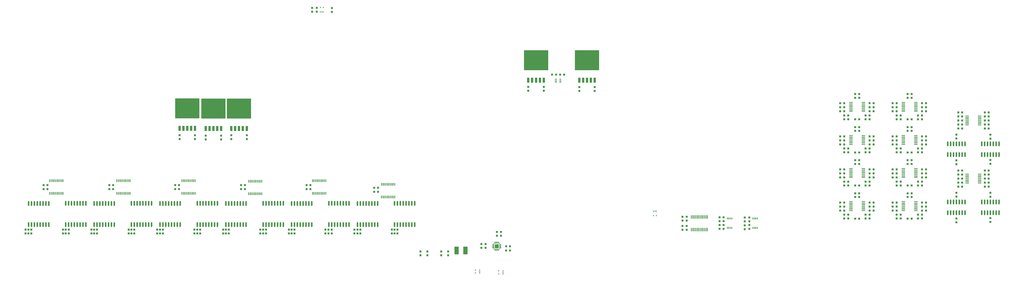
<source format=gbp>
G04*
G04 #@! TF.GenerationSoftware,Altium Limited,Altium Designer,18.0.12 (696)*
G04*
G04 Layer_Color=128*
%FSLAX25Y25*%
%MOIN*%
G70*
G01*
G75*
%ADD33R,0.07500X0.13500*%
%ADD36R,0.03740X0.03740*%
%ADD37R,0.03740X0.03740*%
%ADD38R,0.01654X0.03500*%
%ADD42O,0.02362X0.08661*%
%ADD62R,0.01181X0.06299*%
%ADD141R,0.01772X0.04921*%
%ADD142R,0.01181X0.01181*%
%ADD143R,0.01181X0.03543*%
%ADD144R,0.03543X0.01181*%
%ADD145R,0.07087X0.07087*%
%ADD146R,0.01968X0.01575*%
%ADD147R,0.01575X0.01968*%
%ADD148R,0.04200X0.09000*%
%ADD149R,0.42000X0.35000*%
%ADD150R,0.06496X0.01181*%
%ADD151R,0.03347X0.01575*%
D33*
X767500Y71500D02*
D03*
X752004D02*
D03*
D36*
X829000Y103847D02*
D03*
Y97154D02*
D03*
X501400Y486654D02*
D03*
Y493347D02*
D03*
X535685Y486307D02*
D03*
Y493000D02*
D03*
X1461663Y299654D02*
D03*
Y306347D02*
D03*
X1552663Y299654D02*
D03*
Y306347D02*
D03*
X1461663Y242154D02*
D03*
Y248847D02*
D03*
X1552663Y242154D02*
D03*
Y248847D02*
D03*
X1461663Y184653D02*
D03*
Y191347D02*
D03*
X1552663Y184653D02*
D03*
Y191347D02*
D03*
X1461663Y127154D02*
D03*
Y133846D02*
D03*
X1552663Y127154D02*
D03*
Y133846D02*
D03*
X1424663Y299654D02*
D03*
Y306347D02*
D03*
X1515663Y299654D02*
D03*
Y306347D02*
D03*
X1424663Y242154D02*
D03*
Y248847D02*
D03*
X1515663Y242154D02*
D03*
Y248847D02*
D03*
X1424663Y184653D02*
D03*
Y191347D02*
D03*
X1515663Y184653D02*
D03*
Y191347D02*
D03*
X1424663Y127154D02*
D03*
Y133846D02*
D03*
X1515663Y127154D02*
D03*
Y133846D02*
D03*
X1678500Y121153D02*
D03*
Y127847D02*
D03*
Y222153D02*
D03*
Y228847D02*
D03*
Y171693D02*
D03*
Y165000D02*
D03*
Y272693D02*
D03*
Y266000D02*
D03*
X1619500Y120653D02*
D03*
Y127347D02*
D03*
Y221654D02*
D03*
Y228346D02*
D03*
Y171846D02*
D03*
Y165154D02*
D03*
Y272847D02*
D03*
Y266154D02*
D03*
X822000Y97154D02*
D03*
Y103847D02*
D03*
X795000Y76153D02*
D03*
Y82846D02*
D03*
X802500Y76153D02*
D03*
Y82846D02*
D03*
X991788Y348807D02*
D03*
Y355500D02*
D03*
X298141Y265154D02*
D03*
Y271847D02*
D03*
X964988Y348807D02*
D03*
Y355500D02*
D03*
X271341Y265154D02*
D03*
Y271847D02*
D03*
X316700Y264653D02*
D03*
Y271346D02*
D03*
X343500Y264653D02*
D03*
Y271346D02*
D03*
X876602Y349153D02*
D03*
Y355847D02*
D03*
X361197Y265307D02*
D03*
Y272000D02*
D03*
X903402Y349153D02*
D03*
Y355847D02*
D03*
X388000Y265307D02*
D03*
Y272000D02*
D03*
X79000Y101284D02*
D03*
Y107976D02*
D03*
X192770Y101284D02*
D03*
Y107976D02*
D03*
X307000Y101284D02*
D03*
Y107976D02*
D03*
X421384Y101284D02*
D03*
Y107976D02*
D03*
X535326Y101284D02*
D03*
Y107976D02*
D03*
X649498Y101284D02*
D03*
Y107976D02*
D03*
X9000Y101284D02*
D03*
Y107976D02*
D03*
X128270Y101284D02*
D03*
Y107976D02*
D03*
X242538Y101284D02*
D03*
Y107976D02*
D03*
X356691Y101284D02*
D03*
Y107976D02*
D03*
X470845Y101284D02*
D03*
Y107976D02*
D03*
X584998Y101284D02*
D03*
Y107976D02*
D03*
X73831Y101284D02*
D03*
Y107976D02*
D03*
X187770Y101284D02*
D03*
Y107976D02*
D03*
X302038Y101284D02*
D03*
Y107976D02*
D03*
X416384Y101284D02*
D03*
Y107976D02*
D03*
X529826Y101284D02*
D03*
Y107976D02*
D03*
X644498Y101284D02*
D03*
Y107976D02*
D03*
X14000Y101284D02*
D03*
Y107976D02*
D03*
X123270Y101284D02*
D03*
Y107976D02*
D03*
X237538Y101284D02*
D03*
Y107976D02*
D03*
X351691Y101284D02*
D03*
Y107976D02*
D03*
X465845Y101284D02*
D03*
Y107976D02*
D03*
X579998Y101284D02*
D03*
Y107976D02*
D03*
X69000Y101284D02*
D03*
Y107976D02*
D03*
X183067Y101284D02*
D03*
Y107976D02*
D03*
X297000Y101284D02*
D03*
Y107976D02*
D03*
X411567Y101284D02*
D03*
Y107976D02*
D03*
X524326Y101284D02*
D03*
Y107976D02*
D03*
X639831Y101284D02*
D03*
Y107976D02*
D03*
X4000Y101284D02*
D03*
Y107976D02*
D03*
X118402Y101284D02*
D03*
Y107976D02*
D03*
X232538Y101284D02*
D03*
Y107976D02*
D03*
X347000Y101284D02*
D03*
Y107976D02*
D03*
X461000Y101284D02*
D03*
Y107976D02*
D03*
X574831Y101284D02*
D03*
Y107976D02*
D03*
X1252000Y122153D02*
D03*
Y128847D02*
D03*
X1260000Y115847D02*
D03*
Y109153D02*
D03*
Y122153D02*
D03*
Y128847D02*
D03*
X1252000Y115347D02*
D03*
Y108653D02*
D03*
X1208500Y122653D02*
D03*
Y129347D02*
D03*
Y115847D02*
D03*
Y109153D02*
D03*
X1215500Y122653D02*
D03*
Y129347D02*
D03*
Y115847D02*
D03*
Y109153D02*
D03*
X1144000Y123653D02*
D03*
Y130347D02*
D03*
Y114347D02*
D03*
Y107653D02*
D03*
X1151500Y123653D02*
D03*
Y130347D02*
D03*
Y114347D02*
D03*
Y107653D02*
D03*
X737500Y69890D02*
D03*
Y63197D02*
D03*
X725500Y69890D02*
D03*
Y63197D02*
D03*
X701500Y69890D02*
D03*
Y63197D02*
D03*
X689500Y69890D02*
D03*
Y63197D02*
D03*
X509400Y493347D02*
D03*
Y486654D02*
D03*
X1468970Y306347D02*
D03*
Y299654D02*
D03*
X1559970Y306347D02*
D03*
Y299654D02*
D03*
X1468970Y248847D02*
D03*
Y242154D02*
D03*
X1559970Y248847D02*
D03*
Y242154D02*
D03*
X1468970Y191347D02*
D03*
Y184653D02*
D03*
X1559970Y191347D02*
D03*
Y184653D02*
D03*
X1468970Y133846D02*
D03*
Y127154D02*
D03*
X1559970Y133846D02*
D03*
Y127154D02*
D03*
X1431663Y306347D02*
D03*
Y299654D02*
D03*
X1522663Y306347D02*
D03*
Y299654D02*
D03*
X1431663Y248847D02*
D03*
Y242154D02*
D03*
X1522663Y248847D02*
D03*
Y242154D02*
D03*
X1431663Y191347D02*
D03*
Y184653D02*
D03*
X1522663Y191347D02*
D03*
Y184653D02*
D03*
X1431663Y133846D02*
D03*
Y127154D02*
D03*
X1522663Y133846D02*
D03*
Y127154D02*
D03*
D37*
X1675347Y189500D02*
D03*
X1668653D02*
D03*
X1675347Y290500D02*
D03*
X1668653D02*
D03*
X1675347Y203500D02*
D03*
X1668653D02*
D03*
X1675347Y304500D02*
D03*
X1668653D02*
D03*
X1622654Y203500D02*
D03*
X1629346D02*
D03*
X1622654Y304500D02*
D03*
X1629346D02*
D03*
X1622654Y189500D02*
D03*
X1629346D02*
D03*
X1622654Y290500D02*
D03*
X1629346D02*
D03*
X844847Y71500D02*
D03*
X838153D02*
D03*
X844847Y79000D02*
D03*
X838153D02*
D03*
X1475663Y320500D02*
D03*
X1468970D02*
D03*
X1566663D02*
D03*
X1559970D02*
D03*
X1475663Y263000D02*
D03*
X1468970D02*
D03*
X1566663D02*
D03*
X1559970D02*
D03*
X1475663Y205500D02*
D03*
X1468970D02*
D03*
X1566663D02*
D03*
X1559970D02*
D03*
X1475663Y148000D02*
D03*
X1468970D02*
D03*
X1566663D02*
D03*
X1559970D02*
D03*
X1468970Y313500D02*
D03*
X1475663D02*
D03*
X1559970D02*
D03*
X1566663D02*
D03*
X1468970Y256000D02*
D03*
X1475663D02*
D03*
X1559970D02*
D03*
X1566663D02*
D03*
X1468970Y198500D02*
D03*
X1475663D02*
D03*
X1559970D02*
D03*
X1566663D02*
D03*
X1468970Y141000D02*
D03*
X1475663D02*
D03*
X1559970D02*
D03*
X1566663D02*
D03*
X1450663Y299500D02*
D03*
X1443970D02*
D03*
X1541663D02*
D03*
X1534970D02*
D03*
X1450663Y242000D02*
D03*
X1443970D02*
D03*
X1541663D02*
D03*
X1534970D02*
D03*
X1450663Y184500D02*
D03*
X1443970D02*
D03*
X1541663D02*
D03*
X1534970D02*
D03*
X1450663Y127000D02*
D03*
X1443970D02*
D03*
X1541663D02*
D03*
X1534970D02*
D03*
X1450663Y337000D02*
D03*
X1443970D02*
D03*
X1541663D02*
D03*
X1534970D02*
D03*
X1450663Y279500D02*
D03*
X1443970D02*
D03*
X1541663D02*
D03*
X1534970D02*
D03*
X1450663Y222000D02*
D03*
X1443970D02*
D03*
X1541663D02*
D03*
X1534970D02*
D03*
X1450663Y164500D02*
D03*
X1443970D02*
D03*
X1541663D02*
D03*
X1534970D02*
D03*
X1417970Y320500D02*
D03*
X1424663D02*
D03*
X1508970D02*
D03*
X1515663D02*
D03*
X1417970Y263000D02*
D03*
X1424663D02*
D03*
X1508970D02*
D03*
X1515663D02*
D03*
X1417970Y205500D02*
D03*
X1424663D02*
D03*
X1508970D02*
D03*
X1515663D02*
D03*
X1417970Y148000D02*
D03*
X1424663D02*
D03*
X1508970D02*
D03*
X1515663D02*
D03*
X1424663Y313500D02*
D03*
X1417970D02*
D03*
X1515663D02*
D03*
X1508970D02*
D03*
X1424663Y256000D02*
D03*
X1417970D02*
D03*
X1515663D02*
D03*
X1508970D02*
D03*
X1424663Y198500D02*
D03*
X1417970D02*
D03*
X1515663D02*
D03*
X1508970D02*
D03*
X1424663Y141000D02*
D03*
X1417970D02*
D03*
X1515663D02*
D03*
X1508970D02*
D03*
X1475663Y327500D02*
D03*
X1468970D02*
D03*
X1566663D02*
D03*
X1559970D02*
D03*
X1475663Y270000D02*
D03*
X1468970D02*
D03*
X1566663D02*
D03*
X1559970D02*
D03*
X1475663Y212500D02*
D03*
X1468970D02*
D03*
X1566663D02*
D03*
X1559970D02*
D03*
X1475663Y155000D02*
D03*
X1468970D02*
D03*
X1566663D02*
D03*
X1559970D02*
D03*
X1417970Y327500D02*
D03*
X1424663D02*
D03*
X1508970D02*
D03*
X1515663D02*
D03*
X1417970Y270000D02*
D03*
X1424663D02*
D03*
X1508970D02*
D03*
X1515663D02*
D03*
X1417970Y212500D02*
D03*
X1424663D02*
D03*
X1508970D02*
D03*
X1515663D02*
D03*
X1417970Y155000D02*
D03*
X1424663D02*
D03*
X1508970D02*
D03*
X1515663D02*
D03*
X1675347Y196500D02*
D03*
X1668653D02*
D03*
X1675347Y297500D02*
D03*
X1668653D02*
D03*
X1622654Y196500D02*
D03*
X1629346D02*
D03*
X1622654Y297500D02*
D03*
X1629346D02*
D03*
X1675347Y182500D02*
D03*
X1668653D02*
D03*
X1675347Y283500D02*
D03*
X1668653D02*
D03*
Y210500D02*
D03*
X1675347D02*
D03*
X1668653Y311500D02*
D03*
X1675347D02*
D03*
X1622654Y210500D02*
D03*
X1629346D02*
D03*
X1622654Y311500D02*
D03*
X1629346D02*
D03*
Y182500D02*
D03*
X1622654D02*
D03*
X1629346Y283500D02*
D03*
X1622654D02*
D03*
X35616Y185260D02*
D03*
X42309D02*
D03*
X149424D02*
D03*
X156116D02*
D03*
X263731D02*
D03*
X270424D02*
D03*
X378038D02*
D03*
X384731D02*
D03*
X491845D02*
D03*
X498538D02*
D03*
X609152Y180496D02*
D03*
X615845D02*
D03*
X35616Y178260D02*
D03*
X42309D02*
D03*
X149424D02*
D03*
X156116D02*
D03*
X263731D02*
D03*
X270424D02*
D03*
X378038D02*
D03*
X384731D02*
D03*
X491845D02*
D03*
X498538D02*
D03*
X609152Y173496D02*
D03*
X615845D02*
D03*
X917965Y377153D02*
D03*
X924658D02*
D03*
X938657D02*
D03*
X931965D02*
D03*
X1443970Y343500D02*
D03*
X1450663D02*
D03*
X1534970D02*
D03*
X1541663D02*
D03*
X1443970Y286000D02*
D03*
X1450663D02*
D03*
X1534970D02*
D03*
X1541663D02*
D03*
X1443970Y228500D02*
D03*
X1450663D02*
D03*
X1534970D02*
D03*
X1541663D02*
D03*
X1443970Y171000D02*
D03*
X1450663D02*
D03*
X1534970D02*
D03*
X1541663D02*
D03*
D38*
X1266500Y127287D02*
D03*
Y110711D02*
D03*
X1269059D02*
D03*
X1271618D02*
D03*
X1274177D02*
D03*
X1269059Y127287D02*
D03*
X1271618D02*
D03*
X1274177D02*
D03*
X1222000D02*
D03*
Y110711D02*
D03*
X1224559D02*
D03*
X1227118D02*
D03*
X1229677D02*
D03*
X1224559Y127287D02*
D03*
X1227118D02*
D03*
X1229677D02*
D03*
D42*
X73963Y153362D02*
D03*
X78963D02*
D03*
X83963D02*
D03*
X88963D02*
D03*
X93963D02*
D03*
X98963D02*
D03*
X103963D02*
D03*
X108963D02*
D03*
X73963Y116669D02*
D03*
X78963D02*
D03*
X83963D02*
D03*
X88963D02*
D03*
X93963D02*
D03*
X98963D02*
D03*
X103963D02*
D03*
X108963D02*
D03*
X187770Y153362D02*
D03*
X192770D02*
D03*
X197770D02*
D03*
X202770D02*
D03*
X207770D02*
D03*
X212770D02*
D03*
X217770D02*
D03*
X222770D02*
D03*
X187770Y116669D02*
D03*
X192770D02*
D03*
X197770D02*
D03*
X202770D02*
D03*
X207770D02*
D03*
X212770D02*
D03*
X217770D02*
D03*
X222770D02*
D03*
X302038Y153362D02*
D03*
X307038D02*
D03*
X312038D02*
D03*
X317038D02*
D03*
X322038D02*
D03*
X327038D02*
D03*
X332038D02*
D03*
X337038D02*
D03*
X302038Y116669D02*
D03*
X307038D02*
D03*
X312038D02*
D03*
X317038D02*
D03*
X322038D02*
D03*
X327038D02*
D03*
X332038D02*
D03*
X337038D02*
D03*
X416384Y153362D02*
D03*
X421384D02*
D03*
X426384D02*
D03*
X431384D02*
D03*
X436384D02*
D03*
X441384D02*
D03*
X446384D02*
D03*
X451384D02*
D03*
X416384Y116669D02*
D03*
X421384D02*
D03*
X426384D02*
D03*
X431384D02*
D03*
X436384D02*
D03*
X441384D02*
D03*
X446384D02*
D03*
X451384D02*
D03*
X530345Y153362D02*
D03*
X535345D02*
D03*
X540345D02*
D03*
X545345D02*
D03*
X550345D02*
D03*
X555345D02*
D03*
X560345D02*
D03*
X565345D02*
D03*
X530345Y116669D02*
D03*
X535345D02*
D03*
X540345D02*
D03*
X545345D02*
D03*
X550345D02*
D03*
X555345D02*
D03*
X560345D02*
D03*
X565345D02*
D03*
X644498Y153362D02*
D03*
X649498D02*
D03*
X654498D02*
D03*
X659498D02*
D03*
X664498D02*
D03*
X669498D02*
D03*
X674498D02*
D03*
X679498D02*
D03*
X644498Y116669D02*
D03*
X649498D02*
D03*
X654498D02*
D03*
X659498D02*
D03*
X664498D02*
D03*
X669498D02*
D03*
X674498D02*
D03*
X679498D02*
D03*
X9463Y153209D02*
D03*
X14463D02*
D03*
X19463D02*
D03*
X24463D02*
D03*
X29463D02*
D03*
X34463D02*
D03*
X39463D02*
D03*
X44463D02*
D03*
X9463Y116516D02*
D03*
X14463D02*
D03*
X19463D02*
D03*
X24463D02*
D03*
X29463D02*
D03*
X34463D02*
D03*
X39463D02*
D03*
X44463D02*
D03*
X123270Y153209D02*
D03*
X128270D02*
D03*
X133270D02*
D03*
X138270D02*
D03*
X143270D02*
D03*
X148270D02*
D03*
X153270D02*
D03*
X158270D02*
D03*
X123270Y116516D02*
D03*
X128270D02*
D03*
X133270D02*
D03*
X138270D02*
D03*
X143270D02*
D03*
X148270D02*
D03*
X153270D02*
D03*
X158270D02*
D03*
X237538Y153209D02*
D03*
X242538D02*
D03*
X247538D02*
D03*
X252538D02*
D03*
X257538D02*
D03*
X262538D02*
D03*
X267538D02*
D03*
X272538D02*
D03*
X237538Y116516D02*
D03*
X242538D02*
D03*
X247538D02*
D03*
X252538D02*
D03*
X257538D02*
D03*
X262538D02*
D03*
X267538D02*
D03*
X272538D02*
D03*
X351691Y153209D02*
D03*
X356691D02*
D03*
X361691D02*
D03*
X366691D02*
D03*
X371691D02*
D03*
X376691D02*
D03*
X381691D02*
D03*
X386691D02*
D03*
X351691Y116516D02*
D03*
X356691D02*
D03*
X361691D02*
D03*
X366691D02*
D03*
X371691D02*
D03*
X376691D02*
D03*
X381691D02*
D03*
X386691D02*
D03*
X465845Y153209D02*
D03*
X470845D02*
D03*
X475845D02*
D03*
X480845D02*
D03*
X485845D02*
D03*
X490845D02*
D03*
X495845D02*
D03*
X500845D02*
D03*
X465845Y116516D02*
D03*
X470845D02*
D03*
X475845D02*
D03*
X480845D02*
D03*
X485845D02*
D03*
X490845D02*
D03*
X495845D02*
D03*
X500845D02*
D03*
X579998Y153209D02*
D03*
X584998D02*
D03*
X589998D02*
D03*
X594998D02*
D03*
X599998D02*
D03*
X604998D02*
D03*
X609998D02*
D03*
X614998D02*
D03*
X579998Y116516D02*
D03*
X584998D02*
D03*
X589998D02*
D03*
X594998D02*
D03*
X599998D02*
D03*
X604998D02*
D03*
X609998D02*
D03*
X614998D02*
D03*
X1634500Y238102D02*
D03*
X1629500D02*
D03*
X1624500D02*
D03*
X1619500D02*
D03*
X1614500D02*
D03*
X1609500D02*
D03*
X1604500D02*
D03*
X1634500Y257000D02*
D03*
X1629500D02*
D03*
X1624500D02*
D03*
X1619500D02*
D03*
X1614500D02*
D03*
X1609500D02*
D03*
X1604500D02*
D03*
X1634500Y137102D02*
D03*
X1629500D02*
D03*
X1624500D02*
D03*
X1619500D02*
D03*
X1614500D02*
D03*
X1609500D02*
D03*
X1604500D02*
D03*
X1634500Y156000D02*
D03*
X1629500D02*
D03*
X1624500D02*
D03*
X1619500D02*
D03*
X1614500D02*
D03*
X1609500D02*
D03*
X1604500D02*
D03*
X1693500Y238102D02*
D03*
X1688500D02*
D03*
X1683500D02*
D03*
X1678500D02*
D03*
X1673500D02*
D03*
X1668500D02*
D03*
X1663500D02*
D03*
X1693500Y257000D02*
D03*
X1688500D02*
D03*
X1683500D02*
D03*
X1678500D02*
D03*
X1673500D02*
D03*
X1668500D02*
D03*
X1663500D02*
D03*
X1693500Y137102D02*
D03*
X1688500D02*
D03*
X1683500D02*
D03*
X1678500D02*
D03*
X1673500D02*
D03*
X1668500D02*
D03*
X1663500D02*
D03*
X1693500Y156000D02*
D03*
X1688500D02*
D03*
X1683500D02*
D03*
X1678500D02*
D03*
X1673500D02*
D03*
X1668500D02*
D03*
X1663500D02*
D03*
D62*
X1159425Y130024D02*
D03*
X1161984D02*
D03*
X1164543D02*
D03*
X1167102D02*
D03*
X1169661D02*
D03*
X1172221D02*
D03*
X1174780D02*
D03*
X1177339D02*
D03*
X1179898D02*
D03*
X1182457D02*
D03*
X1185016D02*
D03*
X1187575D02*
D03*
X1159425Y107976D02*
D03*
X1161984D02*
D03*
X1164543D02*
D03*
X1167102D02*
D03*
X1169661D02*
D03*
X1172221D02*
D03*
X1174780D02*
D03*
X1177339D02*
D03*
X1179898D02*
D03*
X1182457D02*
D03*
X1185016D02*
D03*
X1187575D02*
D03*
D141*
X398772Y170150D02*
D03*
X396213D02*
D03*
X393653D02*
D03*
X391094D02*
D03*
X401331D02*
D03*
X403890D02*
D03*
X406449D02*
D03*
X411567D02*
D03*
X409008D02*
D03*
X414126D02*
D03*
Y192000D02*
D03*
X409008D02*
D03*
X411567D02*
D03*
X406449D02*
D03*
X403890D02*
D03*
X401331D02*
D03*
X391094D02*
D03*
X393653D02*
D03*
X396213D02*
D03*
X398772D02*
D03*
X170272Y192760D02*
D03*
X167713D02*
D03*
X165154D02*
D03*
X162594D02*
D03*
X172831D02*
D03*
X175390D02*
D03*
X177949D02*
D03*
X183067D02*
D03*
X180508D02*
D03*
X185626D02*
D03*
Y170909D02*
D03*
X180508D02*
D03*
X183067D02*
D03*
X177949D02*
D03*
X175390D02*
D03*
X172831D02*
D03*
X162594D02*
D03*
X165154D02*
D03*
X167713D02*
D03*
X170272D02*
D03*
X53949Y192760D02*
D03*
X51390D02*
D03*
X48831D02*
D03*
X46272D02*
D03*
X56508D02*
D03*
X59067D02*
D03*
X61626D02*
D03*
X66744D02*
D03*
X64185D02*
D03*
X69303D02*
D03*
Y170909D02*
D03*
X64185D02*
D03*
X66744D02*
D03*
X61626D02*
D03*
X59067D02*
D03*
X56508D02*
D03*
X46272D02*
D03*
X48831D02*
D03*
X51390D02*
D03*
X53949D02*
D03*
X283154Y192760D02*
D03*
X280594D02*
D03*
X278035D02*
D03*
X275476D02*
D03*
X285713D02*
D03*
X288272D02*
D03*
X290831D02*
D03*
X295949D02*
D03*
X293390D02*
D03*
X298508D02*
D03*
Y170909D02*
D03*
X293390D02*
D03*
X295949D02*
D03*
X290831D02*
D03*
X288272D02*
D03*
X285713D02*
D03*
X275476D02*
D03*
X278035D02*
D03*
X280594D02*
D03*
X283154D02*
D03*
X509680Y192760D02*
D03*
X507120D02*
D03*
X504561D02*
D03*
X502002D02*
D03*
X512239D02*
D03*
X514798D02*
D03*
X517357D02*
D03*
X522475D02*
D03*
X519916D02*
D03*
X525034D02*
D03*
Y170909D02*
D03*
X519916D02*
D03*
X522475D02*
D03*
X517357D02*
D03*
X514798D02*
D03*
X512239D02*
D03*
X502002D02*
D03*
X504561D02*
D03*
X507120D02*
D03*
X509680D02*
D03*
X629501Y186500D02*
D03*
X626942D02*
D03*
X624383D02*
D03*
X621824D02*
D03*
X632061D02*
D03*
X634620D02*
D03*
X637179D02*
D03*
X642297D02*
D03*
X639738D02*
D03*
X644856D02*
D03*
Y164650D02*
D03*
X639738D02*
D03*
X642297D02*
D03*
X637179D02*
D03*
X634620D02*
D03*
X632061D02*
D03*
X621824D02*
D03*
X624383D02*
D03*
X626942D02*
D03*
X629501D02*
D03*
D142*
X816973Y74079D02*
D03*
X826815D02*
D03*
Y83921D02*
D03*
X816973D02*
D03*
D143*
X824847Y72898D02*
D03*
X822878D02*
D03*
X820910D02*
D03*
X818941D02*
D03*
X824847Y85084D02*
D03*
X822878D02*
D03*
X820910D02*
D03*
X818941D02*
D03*
D144*
X827978Y76047D02*
D03*
Y78016D02*
D03*
Y79984D02*
D03*
Y81953D02*
D03*
X815792D02*
D03*
Y79984D02*
D03*
Y78016D02*
D03*
Y76047D02*
D03*
D145*
X821894Y79000D02*
D03*
D146*
X825260Y36059D02*
D03*
Y30941D02*
D03*
X832740Y36059D02*
D03*
Y33500D02*
D03*
Y30941D02*
D03*
X784760Y37559D02*
D03*
Y32441D02*
D03*
X792240Y37559D02*
D03*
Y35000D02*
D03*
Y32441D02*
D03*
D147*
X1093859Y132260D02*
D03*
X1098977D02*
D03*
X1093859Y139740D02*
D03*
X1096418D02*
D03*
X1098977D02*
D03*
X520959Y493740D02*
D03*
X515841D02*
D03*
X520959Y486260D02*
D03*
X518400D02*
D03*
X515841D02*
D03*
D148*
X330100Y283565D02*
D03*
X323400D02*
D03*
X316700D02*
D03*
X336800D02*
D03*
X343500D02*
D03*
X991788Y367653D02*
D03*
X985088D02*
D03*
X964988D02*
D03*
X971688D02*
D03*
X978388D02*
D03*
X298141Y284000D02*
D03*
X291441D02*
D03*
X271341D02*
D03*
X278041D02*
D03*
X284741D02*
D03*
X903402Y367653D02*
D03*
X896702D02*
D03*
X876602D02*
D03*
X883302D02*
D03*
X890002D02*
D03*
X388000Y283565D02*
D03*
X381300D02*
D03*
X361200D02*
D03*
X367900D02*
D03*
X374600D02*
D03*
D149*
X330100Y318065D02*
D03*
X978388Y402153D02*
D03*
X284741Y318500D02*
D03*
X890002Y402153D02*
D03*
X374600Y318065D02*
D03*
D150*
X1436392Y313358D02*
D03*
Y315917D02*
D03*
Y318476D02*
D03*
Y321035D02*
D03*
Y323594D02*
D03*
Y326153D02*
D03*
Y328712D02*
D03*
X1458242Y313358D02*
D03*
Y315917D02*
D03*
Y318476D02*
D03*
Y321035D02*
D03*
Y323594D02*
D03*
Y326153D02*
D03*
Y328712D02*
D03*
X1436392Y255858D02*
D03*
Y258417D02*
D03*
Y260976D02*
D03*
Y263535D02*
D03*
Y266094D02*
D03*
Y268653D02*
D03*
Y271212D02*
D03*
X1458242Y255858D02*
D03*
Y258417D02*
D03*
Y260976D02*
D03*
Y263535D02*
D03*
Y266094D02*
D03*
Y268653D02*
D03*
Y271212D02*
D03*
X1436392Y198358D02*
D03*
Y200917D02*
D03*
Y203476D02*
D03*
Y206035D02*
D03*
Y208594D02*
D03*
Y211153D02*
D03*
Y213712D02*
D03*
X1458242Y198358D02*
D03*
Y200917D02*
D03*
Y203476D02*
D03*
Y206035D02*
D03*
Y208594D02*
D03*
Y211153D02*
D03*
Y213712D02*
D03*
X1436392Y140858D02*
D03*
Y143417D02*
D03*
Y145976D02*
D03*
Y148535D02*
D03*
Y151094D02*
D03*
Y153653D02*
D03*
Y156212D02*
D03*
X1458242Y140858D02*
D03*
Y143417D02*
D03*
Y145976D02*
D03*
Y148535D02*
D03*
Y151094D02*
D03*
Y153653D02*
D03*
Y156212D02*
D03*
X1527392Y313358D02*
D03*
Y315917D02*
D03*
Y318476D02*
D03*
Y321035D02*
D03*
Y323594D02*
D03*
Y326153D02*
D03*
Y328712D02*
D03*
X1549242Y313358D02*
D03*
Y315917D02*
D03*
Y318476D02*
D03*
Y321035D02*
D03*
Y323594D02*
D03*
Y326153D02*
D03*
Y328712D02*
D03*
X1527392Y255858D02*
D03*
Y258417D02*
D03*
Y260976D02*
D03*
Y263535D02*
D03*
Y266094D02*
D03*
Y268653D02*
D03*
Y271212D02*
D03*
X1549242Y255858D02*
D03*
Y258417D02*
D03*
Y260976D02*
D03*
Y263535D02*
D03*
Y266094D02*
D03*
Y268653D02*
D03*
Y271212D02*
D03*
X1527392Y198358D02*
D03*
Y200917D02*
D03*
Y203476D02*
D03*
Y206035D02*
D03*
Y208594D02*
D03*
Y211153D02*
D03*
Y213712D02*
D03*
X1549242Y198358D02*
D03*
Y200917D02*
D03*
Y203476D02*
D03*
Y206035D02*
D03*
Y208594D02*
D03*
Y211153D02*
D03*
Y213712D02*
D03*
X1527392Y140858D02*
D03*
Y143417D02*
D03*
Y145976D02*
D03*
Y148535D02*
D03*
Y151094D02*
D03*
Y153653D02*
D03*
Y156212D02*
D03*
X1549242Y140858D02*
D03*
Y143417D02*
D03*
Y145976D02*
D03*
Y148535D02*
D03*
Y151094D02*
D03*
Y153653D02*
D03*
Y156212D02*
D03*
X1638075Y289874D02*
D03*
Y292433D02*
D03*
Y294992D02*
D03*
Y297551D02*
D03*
Y300110D02*
D03*
Y302669D02*
D03*
Y305228D02*
D03*
X1659925Y289874D02*
D03*
Y292433D02*
D03*
Y294992D02*
D03*
Y297551D02*
D03*
Y300110D02*
D03*
Y302669D02*
D03*
Y305228D02*
D03*
X1638075Y188874D02*
D03*
Y191433D02*
D03*
Y193992D02*
D03*
Y196551D02*
D03*
Y199110D02*
D03*
Y201669D02*
D03*
Y204228D02*
D03*
X1659925Y188874D02*
D03*
Y191433D02*
D03*
Y193992D02*
D03*
Y196551D02*
D03*
Y199110D02*
D03*
Y201669D02*
D03*
Y204228D02*
D03*
D151*
X924571Y369213D02*
D03*
Y366653D02*
D03*
Y364094D02*
D03*
X932051D02*
D03*
Y366653D02*
D03*
Y369213D02*
D03*
M02*

</source>
